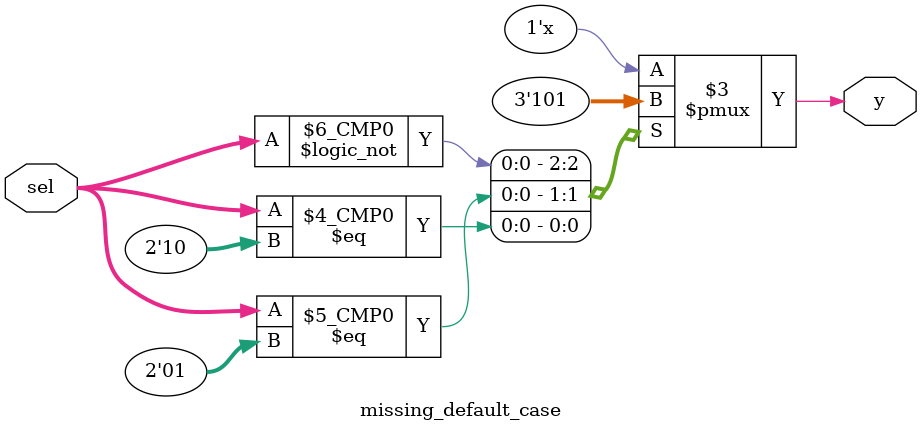
<source format=sv>
module missing_default_case (
    input logic [1:0] sel,
    output logic y
);
    always_comb begin
        case (sel)
            2'b00: y = 1;
            2'b01: y = 0;
            2'b10: y = 1;
            // Missing default case
        endcase
    end
endmodule
</source>
